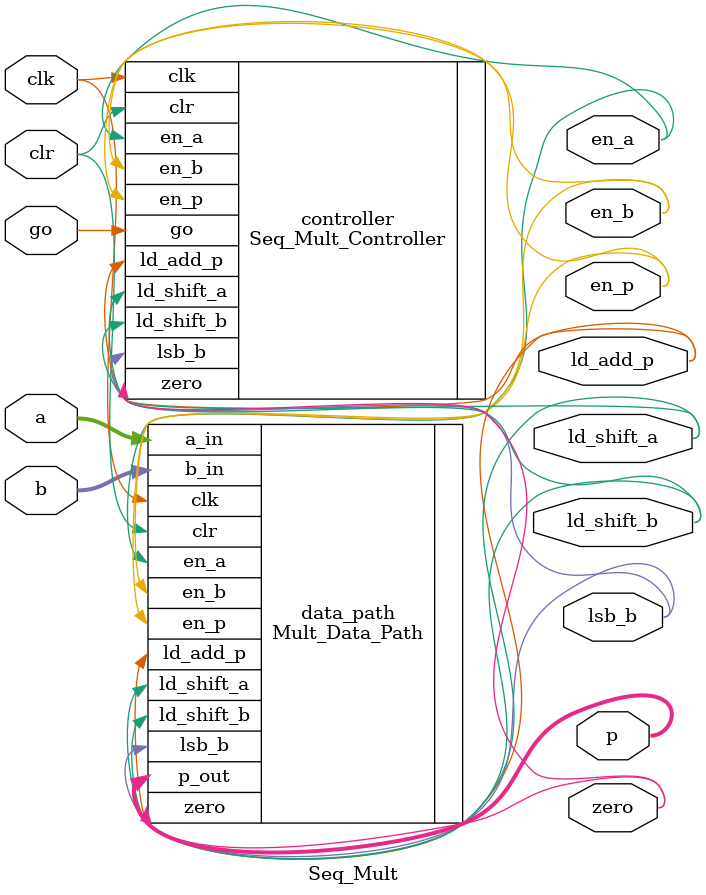
<source format=v>
`timescale 1ns / 1ps

module Seq_Mult(
    input clk,
    input clr,
    input go,
    input [3:0] a,
    input [3:0] b,
    output [7:0] p,
    output en_a, ld_shift_a,
         en_b, ld_shift_b,
         en_p, ld_add_p, zero, lsb_b
);
    
//    // wires going from Data Path to Controller
//    wire zero, lsb_b;
//    // wires going from Controller to Data Path
//    wire en_a, ld_shift_a,
//         en_b, ld_shift_b,
//         en_p, ld_add_p;
    
    
    Seq_Mult_Controller controller (.clk(clk),
                                    .clr(clr),
                                    .go(go),
                                    .zero(zero),
                                    .lsb_b(lsb_b),
                                    .en_a(en_a),
                                    .en_b(en_b),
                                    .en_p(en_p),
                                    .ld_shift_a(ld_shift_a),
                                    .ld_shift_b(ld_shift_b),
                                    .ld_add_p(ld_add_p)
                                    );
                                   
    Mult_Data_Path data_path (.clk(clk),
                              .clr(clr),
                              .a_in(a),
                              .b_in(b),
                              .en_a(en_a),
                              .ld_shift_a(ld_shift_a),
                              .en_b(en_b),
                              .ld_shift_b(ld_shift_b),
                              .en_p(en_p),
                              .ld_add_p(ld_add_p),
                              .p_out(p),
                              .zero(zero),
                              .lsb_b(lsb_b));
    
endmodule

</source>
